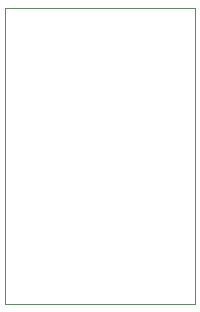
<source format=gbr>
G04 #@! TF.GenerationSoftware,KiCad,Pcbnew,(5.0.0)*
G04 #@! TF.CreationDate,2021-02-11T08:38:10+00:00*
G04 #@! TF.ProjectId,ESPV-BUG,455350562D4255472E6B696361645F70,rev?*
G04 #@! TF.SameCoordinates,Original*
G04 #@! TF.FileFunction,Profile,NP*
%FSLAX46Y46*%
G04 Gerber Fmt 4.6, Leading zero omitted, Abs format (unit mm)*
G04 Created by KiCad (PCBNEW (5.0.0)) date 02/11/21 08:38:10*
%MOMM*%
%LPD*%
G01*
G04 APERTURE LIST*
%ADD10C,0.050000*%
G04 APERTURE END LIST*
D10*
X179100000Y-65500000D02*
X163000000Y-65500000D01*
X179100000Y-90600000D02*
X179100000Y-65500000D01*
X163000000Y-90600000D02*
X179100000Y-90600000D01*
X163000000Y-65500000D02*
X163000000Y-90600000D01*
M02*

</source>
